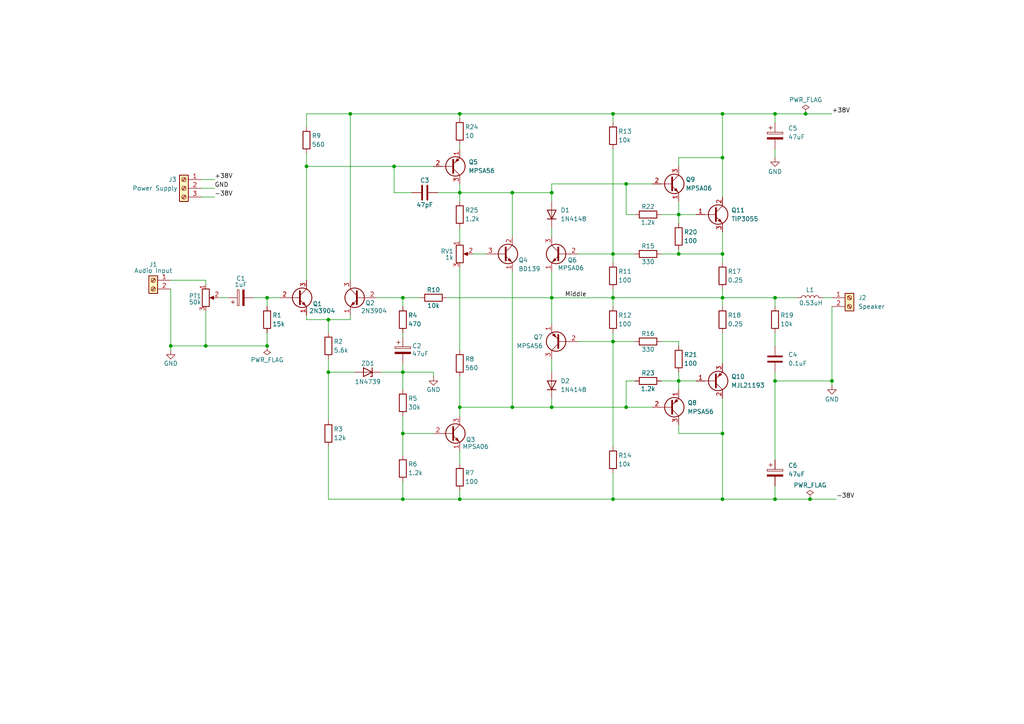
<source format=kicad_sch>
(kicad_sch (version 20250114) (generator "eeschema") (generator_version "9.0")
  (paper "A4")
  (lib_symbols
    (symbol "Connector:Screw_Terminal_01x02" (pin_names (offset 1.016) (hide yes))
      (property "Reference" "J" (at 0 2.54 0))
      (property "Value" "Screw_Terminal_01x02" (at 0 -5.08 0))
      (symbol "Screw_Terminal_01x02_1_1"
        (rectangle (start -1.27 1.27) (end 1.27 -3.81) (stroke (width 0.254)) (fill (type background)))
        (polyline (pts (xy -0.5334 0.3302) (xy 0.3302 -0.508)) (stroke (width 0.1524)))
        (polyline (pts (xy -0.5334 -2.2098) (xy 0.3302 -3.048)) (stroke (width 0.1524)))
        (polyline (pts (xy -0.3556 0.508) (xy 0.508 -0.3302)) (stroke (width 0.1524)))
        (polyline (pts (xy -0.3556 -2.032) (xy 0.508 -2.8702)) (stroke (width 0.1524)))
        (circle (center 0 0) (radius 0.635) (stroke (width 0.1524)))
        (circle (center 0 -2.54) (radius 0.635) (stroke (width 0.1524)))
        (pin passive line (at -5.08 0 0) (length 3.81) (name "Pin_1") (number "1"))
        (pin passive line (at -5.08 -2.54 0) (length 3.81) (name "Pin_2") (number "2"))
      )
    )
    (symbol "Connector:Screw_Terminal_01x03" (pin_names (offset 1.016) (hide yes))
      (property "Reference" "J" (at 0 5.08 0))
      (property "Value" "Screw_Terminal_01x03" (at 0 -5.08 0))
      (symbol "Screw_Terminal_01x03_1_1"
        (rectangle (start -1.27 3.81) (end 1.27 -3.81) (stroke (width 0.254)) (fill (type background)))
        (polyline (pts (xy -0.5334 2.8702) (xy 0.3302 2.032)) (stroke (width 0.1524)))
        (polyline (pts (xy -0.5334 0.3302) (xy 0.3302 -0.508)) (stroke (width 0.1524)))
        (polyline (pts (xy -0.5334 -2.2098) (xy 0.3302 -3.048)) (stroke (width 0.1524)))
        (polyline (pts (xy -0.3556 3.048) (xy 0.508 2.2098)) (stroke (width 0.1524)))
        (polyline (pts (xy -0.3556 0.508) (xy 0.508 -0.3302)) (stroke (width 0.1524)))
        (polyline (pts (xy -0.3556 -2.032) (xy 0.508 -2.8702)) (stroke (width 0.1524)))
        (circle (center 0 2.54) (radius 0.635) (stroke (width 0.1524)))
        (circle (center 0 0) (radius 0.635) (stroke (width 0.1524)))
        (circle (center 0 -2.54) (radius 0.635) (stroke (width 0.1524)))
        (pin passive line (at -5.08 2.54 0) (length 3.81) (name "Pin_1") (number "1"))
        (pin passive line (at -5.08 0 0) (length 3.81) (name "Pin_2") (number "2"))
        (pin passive line (at -5.08 -2.54 0) (length 3.81) (name "Pin_3") (number "3"))
      )
    )
    (symbol "Device:C" (pin_numbers (hide yes)) (pin_names (offset 0.254))
      (property "Reference" "C" (at 0.635 2.54 0))
      (property "Value" "C" (at 0.635 -2.54 0))
      (symbol "C_0_1"
        (polyline (pts (xy -2.032 0.762) (xy 2.032 0.762)) (stroke (width 0.508)))
        (polyline (pts (xy -2.032 -0.762) (xy 2.032 -0.762)) (stroke (width 0.508)))
      )
      (symbol "C_1_1"
        (pin passive line (at 0 3.81 270) (length 2.794) (name "~") (number "1"))
        (pin passive line (at 0 -3.81 90) (length 2.794) (name "~") (number "2"))
      )
    )
    (symbol "Device:C_Polarized" (pin_numbers (hide yes)) (pin_names (offset 0.254))
      (property "Reference" "C" (at 0.635 2.54 0))
      (property "Value" "C_Polarized" (at 0.635 -2.54 0))
      (symbol "C_Polarized_0_1"
        (rectangle (start -2.286 0.508) (end 2.286 1.016))
        (polyline (pts (xy -1.778 2.286) (xy -0.762 2.286)))
        (polyline (pts (xy -1.27 2.794) (xy -1.27 1.778)))
        (rectangle (start 2.286 -0.508) (end -2.286 -1.016) (fill (type outline)))
      )
      (symbol "C_Polarized_1_1"
        (pin passive line (at 0 3.81 270) (length 2.794) (name "~") (number "1"))
        (pin passive line (at 0 -3.81 90) (length 2.794) (name "~") (number "2"))
      )
    )
    (symbol "Device:D_Zener" (pin_numbers (hide yes)) (pin_names (offset 1.016) (hide yes))
      (property "Reference" "D" (at 0 2.54 0))
      (property "Value" "D_Zener" (at 0 -2.54 0))
      (symbol "D_Zener_0_1"
        (polyline (pts (xy -1.27 -1.27) (xy -1.27 1.27) (xy -0.762 1.27)) (stroke (width 0.254)))
        (polyline (pts (xy 1.27 0) (xy -1.27 0)))
        (polyline (pts (xy 1.27 -1.27) (xy 1.27 1.27) (xy -1.27 0) (xy 1.27 -1.27)) (stroke (width 0.254)))
      )
      (symbol "D_Zener_1_1"
        (pin passive line (at -3.81 0 0) (length 2.54) (name "K") (number "1"))
        (pin passive line (at 3.81 0 180) (length 2.54) (name "A") (number "2"))
      )
    )
    (symbol "Device:L" (pin_numbers (hide yes)) (pin_names (offset 1.016) (hide yes))
      (property "Reference" "L" (at -1.27 0 90))
      (property "Value" "L" (at 1.905 0 90))
      (symbol "L_0_1"
        (arc (start 0 2.54) (mid 0.6323 1.905) (end 0 1.27))
        (arc (start 0 1.27) (mid 0.6323 0.635) (end 0 0))
        (arc (start 0 0) (mid 0.6323 -0.635) (end 0 -1.27))
        (arc (start 0 -1.27) (mid 0.6323 -1.905) (end 0 -2.54))
      )
      (symbol "L_1_1"
        (pin passive line (at 0 3.81 270) (length 1.27) (name "1") (number "1"))
        (pin passive line (at 0 -3.81 90) (length 1.27) (name "2") (number "2"))
      )
    )
    (symbol "Device:R" (pin_numbers (hide yes)) (pin_names (offset 0))
      (property "Reference" "R" (at 2.032 0 90))
      (property "Value" "R" (at 0 0 90))
      (symbol "R_0_1"
        (rectangle (start -1.016 -2.54) (end 1.016 2.54) (stroke (width 0.254)))
      )
      (symbol "R_1_1"
        (pin passive line (at 0 3.81 270) (length 1.27) (name "~") (number "1"))
        (pin passive line (at 0 -3.81 90) (length 1.27) (name "~") (number "2"))
      )
    )
    (symbol "Device:R_Potentiometer" (pin_names (offset 1.016) (hide yes))
      (property "Reference" "RV" (at -4.445 0 90))
      (property "Value" "R_Potentiometer" (at -2.54 0 90))
      (symbol "R_Potentiometer_0_1"
        (rectangle (start 1.016 2.54) (end -1.016 -2.54) (stroke (width 0.254)))
        (polyline (pts (xy 1.143 0) (xy 2.286 0.508) (xy 2.286 -0.508) (xy 1.143 0)) (fill (type outline)))
        (polyline (pts (xy 2.54 0) (xy 1.524 0)))
      )
      (symbol "R_Potentiometer_1_1"
        (pin passive line (at 0 3.81 270) (length 1.27) (name "1") (number "1"))
        (pin passive line (at 0 -3.81 90) (length 1.27) (name "3") (number "3"))
        (pin passive line (at 3.81 0 180) (length 1.27) (name "2") (number "2"))
      )
    )
    (symbol "Diode:1N4148" (pin_numbers (hide yes)) (pin_names (hide yes))
      (property "Reference" "D" (at 0 2.54 0))
      (property "Value" "1N4148" (at 0 -2.54 0))
      (symbol "1N4148_0_1"
        (polyline (pts (xy -1.27 1.27) (xy -1.27 -1.27)) (stroke (width 0.254)))
        (polyline (pts (xy 1.27 1.27) (xy 1.27 -1.27) (xy -1.27 0) (xy 1.27 1.27)) (stroke (width 0.254)))
        (polyline (pts (xy 1.27 0) (xy -1.27 0)))
      )
      (symbol "1N4148_1_1"
        (pin passive line (at -3.81 0 0) (length 2.54) (name "K") (number "1"))
        (pin passive line (at 3.81 0 180) (length 2.54) (name "A") (number "2"))
      )
    )
    (symbol "Transistor_BJT:2N3904" (pin_names (offset 0) (hide yes))
      (property "Reference" "Q" (at 5.08 1.905 0))
      (property "Value" "2N3904" (at 5.08 0 0))
      (symbol "2N3904_0_1"
        (polyline (pts (xy -2.54 0) (xy 0.635 0)))
        (polyline (pts (xy 0.635 1.905) (xy 0.635 -1.905)) (stroke (width 0.508)))
        (circle (center 1.27 0) (radius 2.8194) (stroke (width 0.254)))
      )
      (symbol "2N3904_1_1"
        (polyline (pts (xy 0.635 0.635) (xy 2.54 2.54)))
        (polyline (pts (xy 0.635 -0.635) (xy 2.54 -2.54)))
        (polyline (pts (xy 1.27 -1.778) (xy 1.778 -1.27) (xy 2.286 -2.286) (xy 1.27 -1.778)) (fill (type outline)))
        (pin input line (at -5.08 0 0) (length 2.54) (name "B") (number "2"))
        (pin passive line (at 2.54 5.08 270) (length 2.54) (name "C") (number "3"))
        (pin passive line (at 2.54 -5.08 90) (length 2.54) (name "E") (number "1"))
      )
    )
    (symbol "Transistor_BJT:2N3906" (pin_names (offset 0) (hide yes))
      (property "Reference" "Q" (at 5.08 1.905 0))
      (property "Value" "2N3906" (at 5.08 0 0))
      (symbol "2N3906_0_1"
        (polyline (pts (xy -2.54 0) (xy 0.635 0)))
        (polyline (pts (xy 0.635 1.905) (xy 0.635 -1.905)) (stroke (width 0.508)))
        (polyline (pts (xy 0.635 0.635) (xy 2.54 2.54)))
        (polyline (pts (xy 0.635 -0.635) (xy 2.54 -2.54)))
        (circle (center 1.27 0) (radius 2.8194) (stroke (width 0.254)))
        (polyline (pts (xy 2.286 -1.778) (xy 1.778 -2.286) (xy 1.27 -1.27) (xy 2.286 -1.778)) (fill (type outline)))
      )
      (symbol "2N3906_1_1"
        (pin input line (at -5.08 0 0) (length 2.54) (name "B") (number "2"))
        (pin passive line (at 2.54 5.08 270) (length 2.54) (name "C") (number "3"))
        (pin passive line (at 2.54 -5.08 90) (length 2.54) (name "E") (number "1"))
      )
    )
    (symbol "Transistor_BJT:BD139" (pin_names (offset 0) (hide yes))
      (property "Reference" "Q" (at 5.08 1.905 0))
      (property "Value" "BD139" (at 5.08 0 0))
      (symbol "BD139_0_1"
        (polyline (pts (xy -2.54 0) (xy 0.635 0)))
        (polyline (pts (xy 0.635 1.905) (xy 0.635 -1.905)) (stroke (width 0.508)))
        (circle (center 1.27 0) (radius 2.8194) (stroke (width 0.254)))
      )
      (symbol "BD139_1_1"
        (polyline (pts (xy 0.635 0.635) (xy 2.54 2.54)))
        (polyline (pts (xy 0.635 -0.635) (xy 2.54 -2.54)))
        (polyline (pts (xy 1.27 -1.778) (xy 1.778 -1.27) (xy 2.286 -2.286) (xy 1.27 -1.778)) (fill (type outline)))
        (pin input line (at -5.08 0 0) (length 2.54) (name "B") (number "3"))
        (pin passive line (at 2.54 5.08 270) (length 2.54) (name "C") (number "2"))
        (pin passive line (at 2.54 -5.08 90) (length 2.54) (name "E") (number "1"))
      )
    )
    (symbol "Transistor_BJT:BD912" (pin_names (offset 0) (hide yes))
      (property "Reference" "Q" (at 6.35 1.905 0))
      (property "Value" "BD912" (at 6.35 0 0))
      (symbol "BD912_0_1"
        (polyline (pts (xy -2.54 0) (xy 0.635 0)))
        (polyline (pts (xy 0.635 1.905) (xy 0.635 -1.905)) (stroke (width 0.508)))
        (polyline (pts (xy 0.635 0.635) (xy 2.54 2.54)))
        (polyline (pts (xy 0.635 -0.635) (xy 2.54 -2.54)))
        (circle (center 1.27 0) (radius 2.8194) (stroke (width 0.254)))
        (polyline (pts (xy 2.286 -1.778) (xy 1.778 -2.286) (xy 1.27 -1.27) (xy 2.286 -1.778)) (fill (type outline)))
      )
      (symbol "BD912_1_1"
        (pin input line (at -5.08 0 0) (length 2.54) (name "B") (number "1"))
        (pin passive line (at 2.54 5.08 270) (length 2.54) (name "C") (number "2"))
        (pin passive line (at 2.54 -5.08 90) (length 2.54) (name "E") (number "3"))
      )
    )
    (symbol "Transistor_BJT:TIP3055" (pin_names (offset 0) (hide yes))
      (property "Reference" "Q" (at 5.08 1.905 0))
      (property "Value" "TIP3055" (at 5.08 0 0))
      (symbol "TIP3055_0_1"
        (polyline (pts (xy -2.54 0) (xy 0.635 0)))
        (polyline (pts (xy 0.635 1.905) (xy 0.635 -1.905)) (stroke (width 0.508)))
        (circle (center 1.27 0) (radius 2.8194) (stroke (width 0.254)))
      )
      (symbol "TIP3055_1_1"
        (polyline (pts (xy 0.635 0.635) (xy 2.54 2.54)))
        (polyline (pts (xy 0.635 -0.635) (xy 2.54 -2.54)))
        (polyline (pts (xy 1.27 -1.778) (xy 1.778 -1.27) (xy 2.286 -2.286) (xy 1.27 -1.778)) (fill (type outline)))
        (pin input line (at -5.08 0 0) (length 2.54) (name "B") (number "1"))
        (pin passive line (at 2.54 5.08 270) (length 2.54) (name "C") (number "2"))
        (pin passive line (at 2.54 -5.08 90) (length 2.54) (name "E") (number "3"))
      )
    )
    (symbol "power:GND" (power) (pin_numbers (hide yes)) (pin_names (offset 0) (hide yes))
      (property "Value" "GND" (at 0 -3.81 0))
      (symbol "GND_0_1"
        (polyline (pts (xy 0 0) (xy 0 -1.27) (xy 1.27 -1.27) (xy 0 -2.54) (xy -1.27 -1.27) (xy 0 -1.27)))
      )
      (symbol "GND_1_1"
        (pin power_in line (at 0 0 270) (length 0) (name "~") (number "1"))
      )
    )
    (symbol "power:PWR_FLAG" (power) (pin_numbers (hide yes)) (pin_names (offset 0) (hide yes))
      (property "Value" "PWR_FLAG" (at 0 3.81 0))
      (symbol "PWR_FLAG_0_0"
        (pin power_out line (at 0 0 90) (length 0) (name "~") (number "1"))
      )
      (symbol "PWR_FLAG_0_1"
        (polyline (pts (xy 0 0) (xy 0 1.27) (xy -1.016 1.905) (xy 0 2.54) (xy 1.016 1.905) (xy 0 1.27)))
      )
    )
  )
  (junction (at 209.55 45.72))
  (junction (at 224.79 86.36))
  (junction (at 77.47 86.36))
  (junction (at 133.35 144.78))
  (junction (at 59.69 100.33))
  (junction (at 95.25 92.71))
  (junction (at 209.55 73.66))
  (junction (at 241.3 110.49))
  (junction (at 160.02 118.11))
  (junction (at 101.6 33.02))
  (junction (at 209.55 144.78))
  (junction (at 177.8 73.66))
  (junction (at 148.59 55.88))
  (junction (at 234.95 144.78))
  (junction (at 233.68 33.02))
  (junction (at 177.8 144.78))
  (junction (at 114.3 48.26))
  (junction (at 224.79 110.49))
  (junction (at 209.55 33.02))
  (junction (at 196.85 110.49))
  (junction (at 181.61 53.34))
  (junction (at 177.8 99.06))
  (junction (at 133.35 118.11))
  (junction (at 133.35 33.02))
  (junction (at 196.85 73.66))
  (junction (at 209.55 125.73))
  (junction (at 133.35 55.88))
  (junction (at 95.25 107.95))
  (junction (at 116.84 125.73))
  (junction (at 49.53 100.33))
  (junction (at 77.47 100.33))
  (junction (at 196.85 62.23))
  (junction (at 116.84 107.95))
  (junction (at 160.02 86.36))
  (junction (at 209.55 86.36))
  (junction (at 177.8 86.36))
  (junction (at 224.79 33.02))
  (junction (at 224.79 144.78))
  (junction (at 181.61 118.11))
  (junction (at 148.59 118.11))
  (junction (at 88.9 48.26))
  (junction (at 116.84 144.78))
  (junction (at 116.84 86.36))
  (junction (at 160.02 55.88))
  (junction (at 177.8 33.02))
  (wire (pts (xy 160.02 118.11) (xy 181.61 118.11)))
  (wire (pts (xy 133.35 130.81) (xy 133.35 134.62)))
  (wire (pts (xy 88.9 92.71) (xy 95.25 92.71)))
  (wire (pts (xy 160.02 86.36) (xy 160.02 93.98)))
  (wire (pts (xy 181.61 53.34) (xy 160.02 53.34)))
  (wire (pts (xy 88.9 48.26) (xy 88.9 81.28)))
  (wire (pts (xy 148.59 78.74) (xy 148.59 118.11)))
  (wire (pts (xy 58.42 57.15) (xy 62.23 57.15)))
  (wire (pts (xy 177.8 43.18) (xy 177.8 73.66)))
  (wire (pts (xy 133.35 66.04) (xy 133.35 69.85)))
  (wire (pts (xy 160.02 53.34) (xy 160.02 55.88)))
  (wire (pts (xy 238.76 86.36) (xy 241.3 86.36)))
  (wire (pts (xy 101.6 91.44) (xy 101.6 92.71)))
  (wire (pts (xy 148.59 55.88) (xy 133.35 55.88)))
  (wire (pts (xy 209.55 33.02) (xy 177.8 33.02)))
  (wire (pts (xy 133.35 55.88) (xy 133.35 58.42)))
  (wire (pts (xy 196.85 48.26) (xy 196.85 45.72)))
  (wire (pts (xy 116.84 125.73) (xy 125.73 125.73)))
  (wire (pts (xy 88.9 44.45) (xy 88.9 48.26)))
  (wire (pts (xy 49.53 100.33) (xy 59.69 100.33)))
  (wire (pts (xy 209.55 86.36) (xy 209.55 88.9)))
  (wire (pts (xy 224.79 33.02) (xy 209.55 33.02)))
  (wire (pts (xy 133.35 142.24) (xy 133.35 144.78)))
  (wire (pts (xy 95.25 144.78) (xy 95.25 129.54)))
  (wire (pts (xy 191.77 62.23) (xy 196.85 62.23)))
  (wire (pts (xy 209.55 73.66) (xy 209.55 76.2)))
  (wire (pts (xy 160.02 78.74) (xy 160.02 86.36)))
  (wire (pts (xy 160.02 104.14) (xy 160.02 107.95)))
  (wire (pts (xy 116.84 96.52) (xy 116.84 97.79)))
  (wire (pts (xy 224.79 86.36) (xy 224.79 88.9)))
  (wire (pts (xy 209.55 144.78) (xy 177.8 144.78)))
  (wire (pts (xy 224.79 140.97) (xy 224.79 144.78)))
  (wire (pts (xy 59.69 82.55) (xy 59.69 81.28)))
  (wire (pts (xy 196.85 64.77) (xy 196.85 62.23)))
  (wire (pts (xy 133.35 34.29) (xy 133.35 33.02)))
  (wire (pts (xy 189.23 53.34) (xy 181.61 53.34)))
  (wire (pts (xy 148.59 68.58) (xy 148.59 55.88)))
  (wire (pts (xy 196.85 45.72) (xy 209.55 45.72)))
  (wire (pts (xy 116.84 88.9) (xy 116.84 86.36)))
  (wire (pts (xy 49.53 100.33) (xy 49.53 101.6)))
  (wire (pts (xy 116.84 107.95) (xy 116.84 113.03)))
  (wire (pts (xy 58.42 52.07) (xy 62.23 52.07)))
  (wire (pts (xy 191.77 99.06) (xy 196.85 99.06)))
  (wire (pts (xy 116.84 107.95) (xy 116.84 105.41)))
  (wire (pts (xy 177.8 76.2) (xy 177.8 73.66)))
  (wire (pts (xy 125.73 107.95) (xy 116.84 107.95)))
  (wire (pts (xy 133.35 118.11) (xy 133.35 120.65)))
  (wire (pts (xy 119.38 55.88) (xy 114.3 55.88)))
  (wire (pts (xy 148.59 118.11) (xy 160.02 118.11)))
  (wire (pts (xy 224.79 33.02) (xy 233.68 33.02)))
  (wire (pts (xy 59.69 100.33) (xy 77.47 100.33)))
  (wire (pts (xy 209.55 86.36) (xy 224.79 86.36)))
  (wire (pts (xy 196.85 62.23) (xy 201.93 62.23)))
  (wire (pts (xy 77.47 96.52) (xy 77.47 100.33)))
  (wire (pts (xy 177.8 96.52) (xy 177.8 99.06)))
  (wire (pts (xy 241.3 88.9) (xy 241.3 110.49)))
  (wire (pts (xy 95.25 92.71) (xy 101.6 92.71)))
  (wire (pts (xy 177.8 83.82) (xy 177.8 86.36)))
  (wire (pts (xy 234.95 144.78) (xy 242.57 144.78)))
  (wire (pts (xy 88.9 33.02) (xy 88.9 36.83)))
  (wire (pts (xy 63.5 86.36) (xy 66.04 86.36)))
  (wire (pts (xy 77.47 86.36) (xy 81.28 86.36)))
  (wire (pts (xy 224.79 96.52) (xy 224.79 100.33)))
  (wire (pts (xy 224.79 43.18) (xy 224.79 45.72)))
  (wire (pts (xy 133.35 144.78) (xy 116.84 144.78)))
  (wire (pts (xy 209.55 115.57) (xy 209.55 125.73)))
  (wire (pts (xy 177.8 86.36) (xy 177.8 88.9)))
  (wire (pts (xy 114.3 55.88) (xy 114.3 48.26)))
  (wire (pts (xy 196.85 125.73) (xy 209.55 125.73)))
  (wire (pts (xy 116.84 144.78) (xy 95.25 144.78)))
  (wire (pts (xy 49.53 83.82) (xy 49.53 100.33)))
  (wire (pts (xy 184.15 62.23) (xy 181.61 62.23)))
  (wire (pts (xy 133.35 41.91) (xy 133.35 43.18)))
  (wire (pts (xy 116.84 125.73) (xy 116.84 132.08)))
  (wire (pts (xy 95.25 107.95) (xy 102.87 107.95)))
  (wire (pts (xy 160.02 55.88) (xy 148.59 55.88)))
  (wire (pts (xy 196.85 99.06) (xy 196.85 100.33)))
  (wire (pts (xy 209.55 83.82) (xy 209.55 86.36)))
  (wire (pts (xy 224.79 144.78) (xy 234.95 144.78)))
  (wire (pts (xy 196.85 72.39) (xy 196.85 73.66)))
  (wire (pts (xy 177.8 99.06) (xy 167.64 99.06)))
  (wire (pts (xy 196.85 58.42) (xy 196.85 62.23)))
  (wire (pts (xy 95.25 92.71) (xy 95.25 96.52)))
  (wire (pts (xy 209.55 67.31) (xy 209.55 73.66)))
  (wire (pts (xy 116.84 139.7) (xy 116.84 144.78)))
  (wire (pts (xy 233.68 33.02) (xy 241.3 33.02)))
  (wire (pts (xy 209.55 125.73) (xy 209.55 144.78)))
  (wire (pts (xy 101.6 33.02) (xy 101.6 81.28)))
  (wire (pts (xy 209.55 96.52) (xy 209.55 105.41)))
  (wire (pts (xy 224.79 86.36) (xy 231.14 86.36)))
  (wire (pts (xy 95.25 104.14) (xy 95.25 107.95)))
  (wire (pts (xy 160.02 58.42) (xy 160.02 55.88)))
  (wire (pts (xy 177.8 99.06) (xy 184.15 99.06)))
  (wire (pts (xy 224.79 35.56) (xy 224.79 33.02)))
  (wire (pts (xy 196.85 107.95) (xy 196.85 110.49)))
  (wire (pts (xy 59.69 81.28) (xy 49.53 81.28)))
  (wire (pts (xy 209.55 57.15) (xy 209.55 45.72)))
  (wire (pts (xy 77.47 88.9) (xy 77.47 86.36)))
  (wire (pts (xy 181.61 118.11) (xy 189.23 118.11)))
  (wire (pts (xy 224.79 110.49) (xy 241.3 110.49)))
  (wire (pts (xy 116.84 86.36) (xy 109.22 86.36)))
  (wire (pts (xy 160.02 86.36) (xy 129.54 86.36)))
  (wire (pts (xy 177.8 35.56) (xy 177.8 33.02)))
  (wire (pts (xy 127 55.88) (xy 133.35 55.88)))
  (wire (pts (xy 110.49 107.95) (xy 116.84 107.95)))
  (wire (pts (xy 77.47 86.36) (xy 73.66 86.36)))
  (wire (pts (xy 133.35 33.02) (xy 177.8 33.02)))
  (wire (pts (xy 160.02 115.57) (xy 160.02 118.11)))
  (wire (pts (xy 133.35 77.47) (xy 133.35 101.6)))
  (wire (pts (xy 196.85 123.19) (xy 196.85 125.73)))
  (wire (pts (xy 184.15 110.49) (xy 181.61 110.49)))
  (wire (pts (xy 191.77 110.49) (xy 196.85 110.49)))
  (wire (pts (xy 177.8 73.66) (xy 184.15 73.66)))
  (wire (pts (xy 133.35 33.02) (xy 101.6 33.02)))
  (wire (pts (xy 177.8 86.36) (xy 160.02 86.36)))
  (wire (pts (xy 196.85 73.66) (xy 191.77 73.66)))
  (wire (pts (xy 160.02 66.04) (xy 160.02 68.58)))
  (wire (pts (xy 224.79 144.78) (xy 209.55 144.78)))
  (wire (pts (xy 133.35 144.78) (xy 177.8 144.78)))
  (wire (pts (xy 95.25 107.95) (xy 95.25 121.92)))
  (wire (pts (xy 177.8 86.36) (xy 209.55 86.36)))
  (wire (pts (xy 137.16 73.66) (xy 140.97 73.66)))
  (wire (pts (xy 224.79 107.95) (xy 224.79 110.49)))
  (wire (pts (xy 177.8 137.16) (xy 177.8 144.78)))
  (wire (pts (xy 133.35 109.22) (xy 133.35 118.11)))
  (wire (pts (xy 88.9 91.44) (xy 88.9 92.71)))
  (wire (pts (xy 196.85 110.49) (xy 196.85 113.03)))
  (wire (pts (xy 196.85 110.49) (xy 201.93 110.49)))
  (wire (pts (xy 133.35 53.34) (xy 133.35 55.88)))
  (wire (pts (xy 59.69 90.17) (xy 59.69 100.33)))
  (wire (pts (xy 181.61 110.49) (xy 181.61 118.11)))
  (wire (pts (xy 88.9 48.26) (xy 114.3 48.26)))
  (wire (pts (xy 133.35 118.11) (xy 148.59 118.11)))
  (wire (pts (xy 116.84 86.36) (xy 121.92 86.36)))
  (wire (pts (xy 209.55 45.72) (xy 209.55 33.02)))
  (wire (pts (xy 116.84 120.65) (xy 116.84 125.73)))
  (wire (pts (xy 209.55 73.66) (xy 196.85 73.66)))
  (wire (pts (xy 125.73 109.22) (xy 125.73 107.95)))
  (wire (pts (xy 224.79 110.49) (xy 224.79 133.35)))
  (wire (pts (xy 58.42 54.61) (xy 62.23 54.61)))
  (wire (pts (xy 101.6 33.02) (xy 88.9 33.02)))
  (wire (pts (xy 181.61 62.23) (xy 181.61 53.34)))
  (wire (pts (xy 177.8 99.06) (xy 177.8 129.54)))
  (wire (pts (xy 177.8 73.66) (xy 167.64 73.66)))
  (wire (pts (xy 114.3 48.26) (xy 125.73 48.26)))
  (wire (pts (xy 241.3 110.49) (xy 241.3 111.76)))
  (label "-38V" (at 242.57 144.78 0))
  (label "+38V" (at 241.3 33.02 0))
  (label "GND" (at 62.23 54.61 0))
  (label "Middle" (at 163.83 86.36 0))
  (label "-38V" (at 62.23 57.15 0))
  (label "+38V" (at 62.23 52.07 0))
  (symbol (lib_id "Device:R") (at 187.96 110.49 90) (unit 1)
    (property "Reference" "R23" (at 187.96 108.204 90))
    (property "Value" "1.2k" (at 187.96 112.776 90))
    (property "Footprint" "Resistor_THT:R_Axial_DIN0309_L9.0mm_D3.2mm_P12.70mm_Horizontal" (effects (hide yes)))
    (property "Description" "Resistor" (effects (hide yes)))
  )
  (symbol (lib_id "Transistor_BJT:BD139") (at 146.05 73.66 0) (unit 1)
    (property "Reference" "Q4" (at 150.368 75.438 0) (effects (justify left)))
    (property "Value" "BD139" (at 150.368 77.978 0) (effects (justify left)))
    (property "Footprint" "Package_TO_SOT_THT:TO-126-3_Vertical" (effects (hide yes)))
    (property "Datasheet" "http://www.st.com/internet/com/TECHNICAL_RESOURCES/TECHNICAL_LITERATURE/DATASHEET/CD00001225.pdf" (effects (hide yes)))
    (property "Description" "1.5A Ic, 80V Vce, Low Voltage Transistor, TO-126" (effects (hide yes)))
  )
  (symbol (lib_id "Device:C_Polarized") (at 224.79 137.16 0) (unit 1)
    (property "Reference" "C6" (at 228.6 135.0009 0) (effects (justify left)))
    (property "Value" "47uF" (at 228.6 137.5409 0) (effects (justify left)))
    (property "Footprint" "Capacitor_THT:CP_Radial_D8.0mm_P3.50mm" (effects (hide yes)))
    (property "Description" "Polarized capacitor" (effects (hide yes)))
  )
  (symbol (lib_id "Device:R") (at 187.96 73.66 90) (unit 1)
    (property "Reference" "R15" (at 187.96 71.374 90))
    (property "Value" "330" (at 187.96 75.946 90))
    (property "Footprint" "Resistor_THT:R_Axial_DIN0309_L9.0mm_D3.2mm_P12.70mm_Horizontal" (effects (hide yes)))
    (property "Description" "Resistor" (effects (hide yes)))
  )
  (symbol (lib_id "Device:R_Potentiometer") (at 133.35 73.66 0) (unit 1)
    (property "Reference" "RV1" (at 131.572 72.898 0) (effects (justify right)))
    (property "Value" "1k" (at 131.572 74.676 0) (effects (justify right)))
    (property "Footprint" "Potentiometer_THT:Potentiometer_Bourns_3296Y_Vertical" (effects (hide yes)))
    (property "Description" "Potentiometer" (effects (hide yes)))
  )
  (symbol (lib_id "Device:D_Zener") (at 106.68 107.95 180) (unit 1)
    (property "Reference" "ZD1" (at 106.68 105.41 0))
    (property "Value" "1N4739" (at 106.68 110.744 0))
    (property "Footprint" "Diode_THT:D_DO-41_SOD81_P10.16mm_Horizontal" (effects (hide yes)))
    (property "Description" "Zener diode" (effects (hide yes)))
  )
  (symbol (lib_id "Device:R") (at 116.84 116.84 0) (unit 1)
    (property "Reference" "R5" (at 118.364 115.57 0) (effects (justify left)))
    (property "Value" "30k" (at 118.364 118.11 0) (effects (justify left)))
    (property "Footprint" "Resistor_THT:R_Axial_DIN0309_L9.0mm_D3.2mm_P12.70mm_Horizontal" (effects (hide yes)))
    (property "Description" "Resistor" (effects (hide yes)))
  )
  (symbol (lib_id "Device:R") (at 177.8 133.35 0) (unit 1)
    (property "Reference" "R14" (at 179.324 132.08 0) (effects (justify left)))
    (property "Value" "10k" (at 179.324 134.62 0) (effects (justify left)))
    (property "Footprint" "Resistor_THT:R_Axial_DIN0309_L9.0mm_D3.2mm_P12.70mm_Horizontal" (effects (hide yes)))
    (property "Description" "Resistor" (effects (hide yes)))
  )
  (symbol (lib_id "Device:L") (at 234.95 86.36 90) (unit 1)
    (property "Reference" "L1" (at 234.95 84.074 90))
    (property "Value" "0.53uH" (at 235.204 87.884 90))
    (property "Footprint" "Transistor_TO-92_THT:Inductor_THT" (effects (hide yes)))
    (property "Description" "Inductor" (effects (hide yes)))
  )
  (symbol (lib_id "Device:R") (at 177.8 39.37 0) (unit 1)
    (property "Reference" "R13" (at 179.324 38.1 0) (effects (justify left)))
    (property "Value" "10k" (at 179.324 40.64 0) (effects (justify left)))
    (property "Footprint" "Resistor_THT:R_Axial_DIN0309_L9.0mm_D3.2mm_P12.70mm_Horizontal" (effects (hide yes)))
    (property "Description" "Resistor" (effects (hide yes)))
  )
  (symbol (lib_id "Diode:1N4148") (at 160.02 111.76 90) (unit 1)
    (property "Reference" "D2" (at 162.56 110.4899 90) (effects (justify right)))
    (property "Value" "1N4148" (at 162.56 113.0299 90) (effects (justify right)))
    (property "Footprint" "Diode_THT:D_DO-35_SOD27_P7.62mm_Horizontal" (effects (hide yes)))
    (property "Datasheet" "https://assets.nexperia.com/documents/data-sheet/1N4148_1N4448.pdf" (effects (hide yes)))
    (property "Description" "100V 0.15A standard switching diode, DO-35" (effects (hide yes)))
    (property "Sim.Device" "D" (effects (hide yes)))
    (property "Sim.Pins" "1=K 2=A" (effects (hide yes)))
  )
  (symbol (lib_id "power:GND") (at 125.73 109.22 0) (unit 1)
    (property "Reference" "#PWR02" (effects (hide yes)))
    (property "Value" "GND" (at 125.73 113.03 0))
    (property "Description" "Power symbol creates a global label with name \"GND\" , ground" (effects (hide yes)))
  )
  (symbol (lib_id "Device:C_Polarized") (at 69.85 86.36 90) (unit 1)
    (property "Reference" "C1" (at 69.85 80.772 90))
    (property "Value" "1uF" (at 69.85 82.55 90))
    (property "Footprint" "Capacitor_THT:CP_Radial_D8.0mm_P3.50mm" (effects (hide yes)))
    (property "Description" "Polarized capacitor" (effects (hide yes)))
  )
  (symbol (lib_id "power:GND") (at 224.79 45.72 0) (unit 1)
    (property "Reference" "#PWR04" (effects (hide yes)))
    (property "Value" "GND" (at 224.79 49.784 0))
    (property "Description" "Power symbol creates a global label with name \"GND\" , ground" (effects (hide yes)))
  )
  (symbol (lib_id "Device:R") (at 125.73 86.36 90) (unit 1)
    (property "Reference" "R10" (at 125.73 84.074 90))
    (property "Value" "10k" (at 125.73 88.646 90))
    (property "Footprint" "Resistor_THT:R_Axial_DIN0309_L9.0mm_D3.2mm_P12.70mm_Horizontal" (effects (hide yes)))
    (property "Description" "Resistor" (effects (hide yes)))
  )
  (symbol (lib_id "Device:R") (at 177.8 92.71 0) (unit 1)
    (property "Reference" "R12" (at 179.324 91.44 0) (effects (justify left)))
    (property "Value" "100" (at 179.324 93.98 0) (effects (justify left)))
    (property "Footprint" "Resistor_THT:R_Axial_DIN0309_L9.0mm_D3.2mm_P12.70mm_Horizontal" (effects (hide yes)))
    (property "Description" "Resistor" (effects (hide yes)))
  )
  (symbol (lib_id "Device:C_Polarized") (at 116.84 101.6 0) (unit 1)
    (property "Reference" "C2" (at 120.904 100.33 0))
    (property "Value" "47uF" (at 121.92 102.616 0))
    (property "Footprint" "Capacitor_THT:CP_Radial_D8.0mm_P3.50mm" (effects (hide yes)))
    (property "Description" "Polarized capacitor" (effects (hide yes)))
  )
  (symbol (lib_id "Connector:Screw_Terminal_01x02") (at 246.38 86.36 0) (unit 1)
    (property "Reference" "J2" (at 248.92 86.3599 0) (effects (justify left)))
    (property "Value" "Speaker" (at 248.92 88.8999 0) (effects (justify left)))
    (property "Footprint" "TerminalBlock_Phoenix:TerminalBlock_Phoenix_PT-1,5-2-5.0-H_1x02_P5.00mm_Horizontal" (effects (hide yes)))
    (property "Description" "Generic screw terminal, single row, 01x02, script generated (kicad-library-utils/schlib/autogen/connector/)" (effects (hide yes)))
  )
  (symbol (lib_id "Connector:Screw_Terminal_01x03") (at 53.34 54.61 0) (mirror y) (unit 1)
    (property "Reference" "J3" (at 50.038 52.07 0))
    (property "Value" "Power Supply" (at 44.958 54.61 0))
    (property "Footprint" "TerminalBlock_Phoenix:TerminalBlock_Phoenix_PT-1,5-3-5.0-H_1x03_P5.00mm_Horizontal" (effects (hide yes)))
    (property "Description" "Generic screw terminal, single row, 01x03, script generated (kicad-library-utils/schlib/autogen/connector/)" (effects (hide yes)))
  )
  (symbol (lib_id "Device:R_Potentiometer") (at 59.69 86.36 0) (unit 1)
    (property "Reference" "PT1" (at 58.42 85.852 0) (effects (justify right)))
    (property "Value" "50k" (at 58.42 87.63 0) (effects (justify right)))
    (property "Footprint" "TerminalBlock_Phoenix:TerminalBlock_Phoenix_PT-1,5-3-5.0-H_1x03_P5.00mm_Horizontal" (effects (hide yes)))
    (property "Description" "Potentiometer" (effects (hide yes)))
  )
  (symbol (lib_id "Device:R") (at 224.79 92.71 0) (unit 1)
    (property "Reference" "R19" (at 226.314 91.44 0) (effects (justify left)))
    (property "Value" "10k" (at 226.314 93.98 0) (effects (justify left)))
    (property "Footprint" "Resistor_THT:R_Axial_DIN0309_L9.0mm_D3.2mm_P12.70mm_Horizontal" (effects (hide yes)))
    (property "Description" "Resistor" (effects (hide yes)))
  )
  (symbol (lib_id "Device:R") (at 209.55 92.71 0) (unit 1)
    (property "Reference" "R18" (at 211.074 91.44 0) (effects (justify left)))
    (property "Value" "0.25" (at 211.074 93.98 0) (effects (justify left)))
    (property "Footprint" "Resistor_THT:R_Axial_Power_L25.0mm_W6.4mm_P27.94mm" (effects (hide yes)))
    (property "Description" "Resistor" (effects (hide yes)))
  )
  (symbol (lib_id "Device:R") (at 116.84 92.71 0) (unit 1)
    (property "Reference" "R4" (at 118.364 91.44 0) (effects (justify left)))
    (property "Value" "470" (at 118.364 93.98 0) (effects (justify left)))
    (property "Footprint" "Resistor_THT:R_Axial_DIN0309_L9.0mm_D3.2mm_P12.70mm_Horizontal" (effects (hide yes)))
    (property "Description" "Resistor" (effects (hide yes)))
  )
  (symbol (lib_id "Device:R") (at 133.35 62.23 0) (unit 1)
    (property "Reference" "R25" (at 134.874 60.96 0) (effects (justify left)))
    (property "Value" "1.2k" (at 134.874 63.5 0) (effects (justify left)))
    (property "Footprint" "Resistor_THT:R_Axial_DIN0309_L9.0mm_D3.2mm_P12.70mm_Horizontal" (effects (hide yes)))
    (property "Description" "Resistor" (effects (hide yes)))
  )
  (symbol (lib_id "power:GND") (at 241.3 111.76 0) (unit 1)
    (property "Reference" "#PWR03" (effects (hide yes)))
    (property "Value" "GND" (at 241.3 115.824 0))
    (property "Description" "Power symbol creates a global label with name \"GND\" , ground" (effects (hide yes)))
  )
  (symbol (lib_id "Device:R") (at 133.35 138.43 0) (unit 1)
    (property "Reference" "R7" (at 134.874 137.16 0) (effects (justify left)))
    (property "Value" "100" (at 134.874 139.7 0) (effects (justify left)))
    (property "Footprint" "Resistor_THT:R_Axial_DIN0309_L9.0mm_D3.2mm_P12.70mm_Horizontal" (effects (hide yes)))
    (property "Description" "Resistor" (effects (hide yes)))
  )
  (symbol (lib_id "power:GND") (at 49.53 101.6 0) (unit 1)
    (property "Reference" "#PWR01" (effects (hide yes)))
    (property "Value" "GND" (at 49.53 105.41 0))
    (property "Description" "Power symbol creates a global label with name \"GND\" , ground" (effects (hide yes)))
  )
  (symbol (lib_id "Device:R") (at 116.84 135.89 0) (unit 1)
    (property "Reference" "R6" (at 118.364 134.62 0) (effects (justify left)))
    (property "Value" "1.2k" (at 118.364 137.16 0) (effects (justify left)))
    (property "Footprint" "Resistor_THT:R_Axial_DIN0309_L9.0mm_D3.2mm_P12.70mm_Horizontal" (effects (hide yes)))
    (property "Description" "Resistor" (effects (hide yes)))
  )
  (symbol (lib_id "Transistor_BJT:2N3904") (at 162.56 73.66 0) (mirror y) (unit 1)
    (property "Reference" "Q6" (at 167.386 75.438 0) (effects (justify left)))
    (property "Value" "MPSA06" (at 169.418 77.724 0) (effects (justify left)))
    (property "Footprint" "Transistor_TO-92_THT:TO-92_THT" (effects (hide yes)))
    (property "Datasheet" "https://www.onsemi.com/pub/Collateral/2N3903-D.PDF" (effects (hide yes)))
    (property "Description" "0.2A Ic, 40V Vce, Small Signal NPN Transistor, TO-92" (effects (hide yes)))
  )
  (symbol (lib_id "Transistor_BJT:2N3906") (at 194.31 118.11 0) (mirror x) (unit 1)
    (property "Reference" "Q8" (at 199.39 116.8399 0) (effects (justify left)))
    (property "Value" "MPSA56" (at 199.39 119.3799 0) (effects (justify left)))
    (property "Footprint" "Transistor_TO-92_THT:TO-92_THT" (effects (hide yes)))
    (property "Datasheet" "https://www.onsemi.com/pub/Collateral/2N3906-D.PDF" (effects (hide yes)))
    (property "Description" "-0.2A Ic, -40V Vce, Small Signal PNP Transistor, TO-92" (effects (hide yes)))
  )
  (symbol (lib_id "Device:R") (at 209.55 80.01 0) (unit 1)
    (property "Reference" "R17" (at 211.074 78.74 0) (effects (justify left)))
    (property "Value" "0.25" (at 211.074 81.28 0) (effects (justify left)))
    (property "Footprint" "Resistor_THT:R_Axial_Power_L25.0mm_W6.4mm_P27.94mm" (effects (hide yes)))
    (property "Description" "Resistor" (effects (hide yes)))
  )
  (symbol (lib_id "Transistor_BJT:TIP3055") (at 207.01 62.23 0) (unit 1)
    (property "Reference" "Q11" (at 212.09 60.9599 0) (effects (justify left)))
    (property "Value" "TIP3055" (at 212.09 63.4999 0) (effects (justify left)))
    (property "Footprint" "Package_TO_SOT_THT:TO-218-3_Vertical" (effects (hide yes)))
    (property "Datasheet" "http://www.onsemi.com/pub_link/Collateral/TIP3055-D.PDF" (effects (hide yes)))
    (property "Description" "15A Ic, 60V Vce, Power NPN Transistor, TO-218" (effects (hide yes)))
  )
  (symbol (lib_id "Device:C") (at 123.19 55.88 90) (unit 1)
    (property "Reference" "C3" (at 123.19 52.324 90))
    (property "Value" "47pF" (at 123.19 59.436 90))
    (property "Footprint" "Capacitor_THT:CP_Radial_D6.3mm_P2.50mm" (effects (hide yes)))
    (property "Description" "Unpolarized capacitor" (effects (hide yes)))
  )
  (symbol (lib_id "Device:C_Polarized") (at 224.79 39.37 0) (unit 1)
    (property "Reference" "C5" (at 228.6 37.2109 0) (effects (justify left)))
    (property "Value" "47uF" (at 228.6 39.7509 0) (effects (justify left)))
    (property "Footprint" "Capacitor_THT:CP_Radial_D8.0mm_P3.50mm" (effects (hide yes)))
    (property "Description" "Polarized capacitor" (effects (hide yes)))
  )
  (symbol (lib_id "Device:R") (at 196.85 104.14 0) (unit 1)
    (property "Reference" "R21" (at 198.374 102.87 0) (effects (justify left)))
    (property "Value" "100" (at 198.374 105.41 0) (effects (justify left)))
    (property "Footprint" "Resistor_THT:R_Axial_DIN0309_L9.0mm_D3.2mm_P12.70mm_Horizontal" (effects (hide yes)))
    (property "Description" "Resistor" (effects (hide yes)))
  )
  (symbol (lib_id "Transistor_BJT:2N3904") (at 130.81 125.73 0) (unit 1)
    (property "Reference" "Q3" (at 135.128 127.508 0) (effects (justify left)))
    (property "Value" "MPSA06" (at 134.112 129.54 0) (effects (justify left)))
    (property "Footprint" "Transistor_TO-92_THT:TO-92_THT" (effects (hide yes)))
    (property "Datasheet" "https://www.onsemi.com/pub/Collateral/2N3903-D.PDF" (effects (hide yes)))
    (property "Description" "0.2A Ic, 40V Vce, Small Signal NPN Transistor, TO-92" (effects (hide yes)))
  )
  (symbol (lib_id "Transistor_BJT:2N3904") (at 194.31 53.34 0) (unit 1)
    (property "Reference" "Q9" (at 198.882 52.07 0) (effects (justify left)))
    (property "Value" "MPSA06" (at 198.882 54.61 0) (effects (justify left)))
    (property "Footprint" "Transistor_TO-92_THT:TO-92_THT" (effects (hide yes)))
    (property "Datasheet" "https://www.onsemi.com/pub/Collateral/2N3903-D.PDF" (effects (hide yes)))
    (property "Description" "0.2A Ic, 40V Vce, Small Signal NPN Transistor, TO-92" (effects (hide yes)))
  )
  (symbol (lib_id "power:PWR_FLAG") (at 234.95 144.78 0) (unit 1)
    (property "Reference" "#FLG02" (effects (hide yes)))
    (property "Value" "PWR_FLAG" (at 234.95 140.716 0))
    (property "Description" "Special symbol for telling ERC where power comes from" (effects (hide yes)))
  )
  (symbol (lib_id "Device:R") (at 187.96 62.23 90) (unit 1)
    (property "Reference" "R22" (at 187.96 59.944 90))
    (property "Value" "1.2k" (at 187.96 64.516 90))
    (property "Footprint" "Resistor_THT:R_Axial_DIN0309_L9.0mm_D3.2mm_P12.70mm_Horizontal" (effects (hide yes)))
    (property "Description" "Resistor" (effects (hide yes)))
  )
  (symbol (lib_id "Device:R") (at 95.25 100.33 0) (unit 1)
    (property "Reference" "R2" (at 96.774 99.06 0) (effects (justify left)))
    (property "Value" "5.6k" (at 96.774 101.6 0) (effects (justify left)))
    (property "Footprint" "Resistor_THT:R_Axial_DIN0309_L9.0mm_D3.2mm_P12.70mm_Horizontal" (effects (hide yes)))
    (property "Description" "Resistor" (effects (hide yes)))
  )
  (symbol (lib_id "power:PWR_FLAG") (at 77.47 100.33 180) (unit 1)
    (property "Reference" "#FLG03" (effects (hide yes)))
    (property "Value" "PWR_FLAG" (at 77.47 104.394 0))
    (property "Description" "Special symbol for telling ERC where power comes from" (effects (hide yes)))
  )
  (symbol (lib_id "Device:R") (at 133.35 105.41 0) (unit 1)
    (property "Reference" "R8" (at 134.874 104.14 0) (effects (justify left)))
    (property "Value" "560" (at 134.874 106.68 0) (effects (justify left)))
    (property "Footprint" "Resistor_THT:R_Axial_DIN0309_L9.0mm_D3.2mm_P12.70mm_Horizontal" (effects (hide yes)))
    (property "Description" "Resistor" (effects (hide yes)))
  )
  (symbol (lib_id "Transistor_BJT:BD912") (at 207.01 110.49 0) (mirror x) (unit 1)
    (property "Reference" "Q10" (at 212.09 109.2199 0) (effects (justify left)))
    (property "Value" "MJL21193" (at 212.09 111.7599 0) (effects (justify left)))
    (property "Footprint" "Package_TO_SOT_THT:TO-218-3_Vertical" (effects (hide yes)))
    (property "Datasheet" "http://www.st.com/internet/com/TECHNICAL_RESOURCES/TECHNICAL_LITERATURE/DATASHEET/CD00001277.pdf" (effects (hide yes)))
    (property "Description" "BD910, 15A, Silicon Power PNP Transistors, TO-220" (effects (hide yes)))
  )
  (symbol (lib_id "Device:R") (at 196.85 68.58 0) (unit 1)
    (property "Reference" "R20" (at 198.374 67.31 0) (effects (justify left)))
    (property "Value" "100" (at 198.374 69.85 0) (effects (justify left)))
    (property "Footprint" "Resistor_THT:R_Axial_DIN0309_L9.0mm_D3.2mm_P12.70mm_Horizontal" (effects (hide yes)))
    (property "Description" "Resistor" (effects (hide yes)))
  )
  (symbol (lib_id "Device:C") (at 224.79 104.14 0) (unit 1)
    (property "Reference" "C4" (at 228.6 102.8699 0) (effects (justify left)))
    (property "Value" "0.1uF" (at 228.6 105.4099 0) (effects (justify left)))
    (property "Footprint" "Transistor_TO-92_THT:KEMET_R46-THT" (effects (hide yes)))
    (property "Description" "Unpolarized capacitor" (effects (hide yes)))
  )
  (symbol (lib_id "Device:R") (at 177.8 80.01 0) (unit 1)
    (property "Reference" "R11" (at 179.324 78.74 0) (effects (justify left)))
    (property "Value" "100" (at 179.324 81.28 0) (effects (justify left)))
    (property "Footprint" "Resistor_THT:R_Axial_DIN0309_L9.0mm_D3.2mm_P12.70mm_Horizontal" (effects (hide yes)))
    (property "Description" "Resistor" (effects (hide yes)))
  )
  (symbol (lib_id "Connector:Screw_Terminal_01x02") (at 44.45 81.28 0) (mirror y) (unit 1)
    (property "Reference" "J1" (at 44.45 76.708 0))
    (property "Value" "Audio Input" (at 44.45 78.486 0))
    (property "Footprint" "TerminalBlock_Phoenix:TerminalBlock_Phoenix_PT-1,5-2-5.0-H_1x02_P5.00mm_Horizontal" (effects (hide yes)))
    (property "Description" "Generic screw terminal, single row, 01x02, script generated (kicad-library-utils/schlib/autogen/connector/)" (effects (hide yes)))
  )
  (symbol (lib_id "Device:R") (at 77.47 92.71 0) (unit 1)
    (property "Reference" "R1" (at 78.994 91.44 0) (effects (justify left)))
    (property "Value" "15k" (at 78.994 93.98 0) (effects (justify left)))
    (property "Footprint" "Resistor_THT:R_Axial_DIN0309_L9.0mm_D3.2mm_P12.70mm_Horizontal" (effects (hide yes)))
    (property "Description" "Resistor" (effects (hide yes)))
  )
  (symbol (lib_id "Transistor_BJT:2N3906") (at 130.81 48.26 0) (mirror x) (unit 1)
    (property "Reference" "Q5" (at 135.89 46.9899 0) (effects (justify left)))
    (property "Value" "MPSA56" (at 135.89 49.5299 0) (effects (justify left)))
    (property "Footprint" "Transistor_TO-92_THT:TO-92_THT" (effects (hide yes)))
    (property "Datasheet" "https://www.onsemi.com/pub/Collateral/2N3906-D.PDF" (effects (hide yes)))
    (property "Description" "-0.2A Ic, -40V Vce, Small Signal PNP Transistor, TO-92" (effects (hide yes)))
  )
  (symbol (lib_id "Transistor_BJT:2N3904") (at 104.14 86.36 0) (mirror y) (unit 1)
    (property "Reference" "Q2" (at 108.712 87.884 0) (effects (justify left)))
    (property "Value" "2N3904" (at 112.268 90.17 0) (effects (justify left)))
    (property "Footprint" "Transistor_TO-92_THT:TO-92_THT" (effects (hide yes)))
    (property "Datasheet" "https://www.onsemi.com/pub/Collateral/2N3903-D.PDF" (effects (hide yes)))
    (property "Description" "0.2A Ic, 40V Vce, Small Signal NPN Transistor, TO-92" (effects (hide yes)))
  )
  (symbol (lib_id "Device:R") (at 187.96 99.06 90) (unit 1)
    (property "Reference" "R16" (at 187.96 96.774 90))
    (property "Value" "330" (at 187.96 101.346 90))
    (property "Footprint" "Resistor_THT:R_Axial_DIN0309_L9.0mm_D3.2mm_P12.70mm_Horizontal" (effects (hide yes)))
    (property "Description" "Resistor" (effects (hide yes)))
  )
  (symbol (lib_id "Device:R") (at 133.35 38.1 0) (unit 1)
    (property "Reference" "R24" (at 134.874 36.83 0) (effects (justify left)))
    (property "Value" "10" (at 134.874 39.37 0) (effects (justify left)))
    (property "Footprint" "Resistor_THT:R_Axial_DIN0414_L11.9mm_D4.5mm_P15.24mm_Horizontal" (effects (hide yes)))
    (property "Description" "Resistor" (effects (hide yes)))
  )
  (symbol (lib_id "Diode:1N4148") (at 160.02 62.23 90) (unit 1)
    (property "Reference" "D1" (at 162.56 60.9599 90) (effects (justify right)))
    (property "Value" "1N4148" (at 162.56 63.4999 90) (effects (justify right)))
    (property "Footprint" "Diode_THT:D_DO-35_SOD27_P7.62mm_Horizontal" (effects (hide yes)))
    (property "Datasheet" "https://assets.nexperia.com/documents/data-sheet/1N4148_1N4448.pdf" (effects (hide yes)))
    (property "Description" "100V 0.15A standard switching diode, DO-35" (effects (hide yes)))
    (property "Sim.Device" "D" (effects (hide yes)))
    (property "Sim.Pins" "1=K 2=A" (effects (hide yes)))
  )
  (symbol (lib_id "power:PWR_FLAG") (at 233.68 33.02 0) (unit 1)
    (property "Reference" "#FLG01" (effects (hide yes)))
    (property "Value" "PWR_FLAG" (at 233.68 28.956 0))
    (property "Description" "Special symbol for telling ERC where power comes from" (effects (hide yes)))
  )
  (symbol (lib_id "Transistor_BJT:2N3906") (at 162.56 99.06 180) (unit 1)
    (property "Reference" "Q7" (at 157.48 97.7899 0) (effects (justify left)))
    (property "Value" "MPSA56" (at 157.48 100.3299 0) (effects (justify left)))
    (property "Footprint" "Transistor_TO-92_THT:TO-92_THT" (effects (hide yes)))
    (property "Datasheet" "https://www.onsemi.com/pub/Collateral/2N3906-D.PDF" (effects (hide yes)))
    (property "Description" "-0.2A Ic, -40V Vce, Small Signal PNP Transistor, TO-92" (effects (hide yes)))
  )
  (symbol (lib_id "Device:R") (at 88.9 40.64 0) (unit 1)
    (property "Reference" "R9" (at 90.424 39.37 0) (effects (justify left)))
    (property "Value" "560" (at 90.424 41.91 0) (effects (justify left)))
    (property "Footprint" "Resistor_THT:R_Axial_DIN0309_L9.0mm_D3.2mm_P12.70mm_Horizontal" (effects (hide yes)))
    (property "Description" "Resistor" (effects (hide yes)))
  )
  (symbol (lib_id "Transistor_BJT:2N3904") (at 86.36 86.36 0) (unit 1)
    (property "Reference" "Q1" (at 90.678 88.138 0) (effects (justify left)))
    (property "Value" "2N3904" (at 89.662 90.17 0) (effects (justify left)))
    (property "Footprint" "Transistor_TO-92_THT:TO-92_THT" (effects (hide yes)))
    (property "Datasheet" "https://www.onsemi.com/pub/Collateral/2N3903-D.PDF" (effects (hide yes)))
    (property "Description" "0.2A Ic, 40V Vce, Small Signal NPN Transistor, TO-92" (effects (hide yes)))
  )
  (symbol (lib_id "Device:R") (at 95.25 125.73 0) (unit 1)
    (property "Reference" "R3" (at 96.774 124.46 0) (effects (justify left)))
    (property "Value" "12k" (at 96.774 127 0) (effects (justify left)))
    (property "Footprint" "Resistor_THT:R_Axial_DIN0309_L9.0mm_D3.2mm_P12.70mm_Horizontal" (effects (hide yes)))
    (property "Description" "Resistor" (effects (hide yes)))
  )
)
</source>
